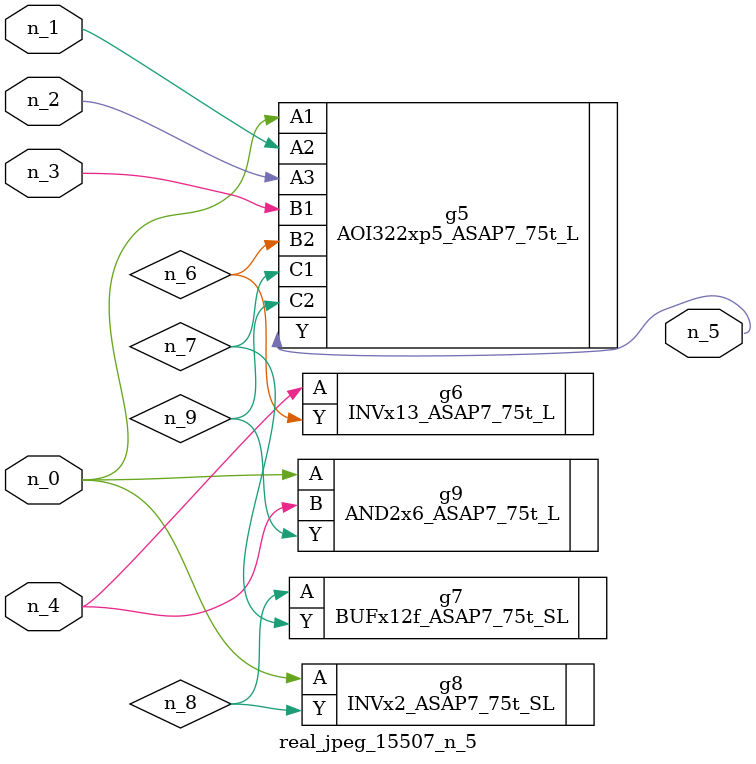
<source format=v>
module real_jpeg_15507_n_5 (n_4, n_0, n_1, n_2, n_3, n_5);

input n_4;
input n_0;
input n_1;
input n_2;
input n_3;

output n_5;

wire n_8;
wire n_6;
wire n_7;
wire n_9;

AOI322xp5_ASAP7_75t_L g5 ( 
.A1(n_0),
.A2(n_1),
.A3(n_2),
.B1(n_3),
.B2(n_6),
.C1(n_7),
.C2(n_9),
.Y(n_5)
);

INVx2_ASAP7_75t_SL g8 ( 
.A(n_0),
.Y(n_8)
);

AND2x6_ASAP7_75t_L g9 ( 
.A(n_0),
.B(n_4),
.Y(n_9)
);

INVx13_ASAP7_75t_L g6 ( 
.A(n_4),
.Y(n_6)
);

BUFx12f_ASAP7_75t_SL g7 ( 
.A(n_8),
.Y(n_7)
);


endmodule
</source>
